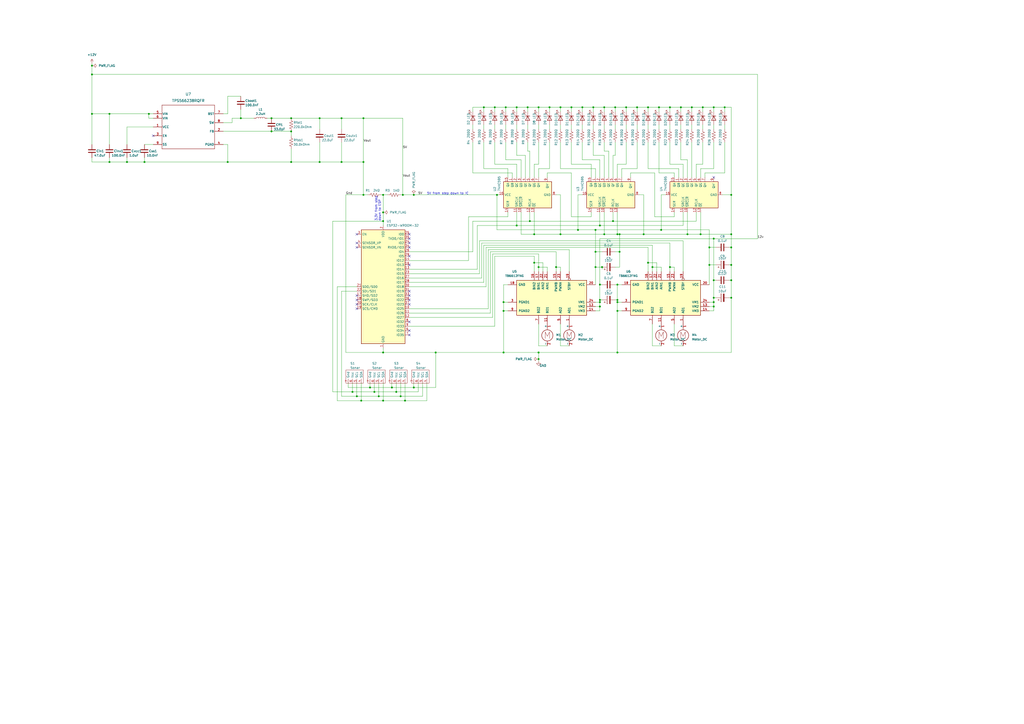
<source format=kicad_sch>
(kicad_sch (version 20211123) (generator eeschema)
  (paper "A2")
  (title_block (date "2024-01-21") (rev "1.0"))
  (junction (at 299.72 130.81))
  (junction (at 414.02 62.23))
  (junction (at 210.82 113.03))
  (junction (at 293.37 62.23))
  (junction (at 63.5 66.04))
  (junction (at 358.14 173.99))
  (junction (at 388.62 154.94))
  (junction (at 229.87 227.33))
  (junction (at 335.28 133.35))
  (junction (at 299.72 62.23))
  (junction (at 306.07 62.23))
  (junction (at 347.98 175.26))
  (junction (at 401.32 62.23))
  (junction (at 312.42 208.28))
  (junction (at 424.18 172.72))
  (junction (at 358.14 165.1))
  (junction (at 375.92 152.4))
  (junction (at 139.7 68.58))
  (junction (at 204.47 227.33))
  (junction (at 312.42 204.47))
  (junction (at 355.6 128.27))
  (junction (at 185.42 93.98))
  (junction (at 382.27 62.23))
  (junction (at 222.25 113.03))
  (junction (at 132.08 93.98))
  (junction (at 349.25 154.94))
  (junction (at 240.03 113.03))
  (junction (at 350.52 62.23))
  (junction (at 207.01 229.87))
  (junction (at 222.25 232.41))
  (junction (at 232.41 229.87))
  (junction (at 309.88 135.89))
  (junction (at 414.02 138.43))
  (junction (at 280.67 62.23))
  (junction (at 219.71 229.87))
  (junction (at 331.47 62.23))
  (junction (at 292.1 175.26))
  (junction (at 287.02 62.23))
  (junction (at 53.34 43.18))
  (junction (at 345.44 133.35))
  (junction (at 414.02 175.26))
  (junction (at 234.95 232.41))
  (junction (at 83.82 93.98))
  (junction (at 375.92 62.23))
  (junction (at 378.46 154.94))
  (junction (at 388.62 62.23))
  (junction (at 347.98 177.8))
  (junction (at 312.42 154.94))
  (junction (at 424.18 113.03))
  (junction (at 345.44 154.94))
  (junction (at 53.34 38.1))
  (junction (at 309.88 152.4))
  (junction (at 358.14 180.34))
  (junction (at 227.33 224.79))
  (junction (at 168.91 93.98))
  (junction (at 63.5 93.98))
  (junction (at 53.34 66.04))
  (junction (at 210.82 68.58))
  (junction (at 373.38 135.89))
  (junction (at 198.12 93.98))
  (junction (at 292.1 204.47))
  (junction (at 322.58 154.94))
  (junction (at 233.68 113.03))
  (junction (at 337.82 62.23))
  (junction (at 325.12 135.89))
  (junction (at 318.77 62.23))
  (junction (at 350.52 135.89))
  (junction (at 210.82 93.98))
  (junction (at 240.03 224.79))
  (junction (at 414.02 172.72))
  (junction (at 217.17 227.33))
  (junction (at 414.02 177.8))
  (junction (at 157.48 76.2))
  (junction (at 414.02 162.56))
  (junction (at 307.34 128.27))
  (junction (at 252.73 204.47))
  (junction (at 344.17 62.23))
  (junction (at 222.25 123.19))
  (junction (at 369.57 62.23))
  (junction (at 411.48 143.51))
  (junction (at 347.98 165.1))
  (junction (at 383.54 133.35))
  (junction (at 358.14 175.26))
  (junction (at 347.98 173.99))
  (junction (at 407.67 62.23))
  (junction (at 292.1 180.34))
  (junction (at 420.37 62.23))
  (junction (at 363.22 62.23))
  (junction (at 359.41 135.89))
  (junction (at 345.44 146.05))
  (junction (at 406.4 135.89))
  (junction (at 358.14 135.89))
  (junction (at 424.18 143.51))
  (junction (at 359.41 146.05))
  (junction (at 185.42 68.58))
  (junction (at 312.42 62.23))
  (junction (at 325.12 62.23))
  (junction (at 222.25 204.47))
  (junction (at 168.91 68.58))
  (junction (at 347.98 130.81))
  (junction (at 411.48 153.67))
  (junction (at 209.55 232.41))
  (junction (at 222.25 128.27))
  (junction (at 288.29 113.03))
  (junction (at 394.97 62.23))
  (junction (at 424.18 135.89))
  (junction (at 358.14 204.47))
  (junction (at 198.12 68.58))
  (junction (at 424.18 162.56))
  (junction (at 168.91 76.2))
  (junction (at 356.87 62.23))
  (junction (at 73.66 93.98))
  (junction (at 157.48 68.58))
  (junction (at 214.63 224.79))
  (junction (at 86.36 66.04))
  (junction (at 398.78 135.89))
  (junction (at 424.18 153.67))
  (no_connect (at 237.49 176.53))
  (no_connect (at 414.02 102.87))
  (no_connect (at 88.9 78.74))
  (no_connect (at 237.49 168.91))
  (no_connect (at 237.49 140.97))
  (no_connect (at 207.01 143.51))
  (no_connect (at 237.49 194.31))
  (no_connect (at 237.49 135.89))
  (no_connect (at 207.01 173.99))
  (no_connect (at 207.01 176.53))
  (no_connect (at 207.01 135.89))
  (no_connect (at 237.49 138.43))
  (no_connect (at 237.49 173.99))
  (no_connect (at 207.01 171.45))
  (no_connect (at 207.01 140.97))
  (no_connect (at 237.49 191.77))
  (no_connect (at 237.49 148.59))
  (no_connect (at 237.49 186.69))
  (no_connect (at 237.49 153.67))
  (no_connect (at 237.49 171.45))
  (no_connect (at 237.49 143.51))
  (no_connect (at 207.01 179.07))
  (wire (pts (xy 383.54 113.03) (xy 386.08 113.03)))
  (wire (pts (xy 201.93 222.25) (xy 201.93 224.79)))
  (wire (pts (xy 222.25 128.27) (xy 222.25 130.81)))
  (wire (pts (xy 234.95 232.41) (xy 222.25 232.41)))
  (wire (pts (xy 237.49 156.21) (xy 276.86 156.21)))
  (wire (pts (xy 350.52 87.63) (xy 350.52 82.55)))
  (wire (pts (xy 394.97 92.71) (xy 394.97 82.55)))
  (wire (pts (xy 347.98 175.26) (xy 347.98 177.8)))
  (wire (pts (xy 322.58 146.05) (xy 284.48 146.05)))
  (wire (pts (xy 345.44 102.87) (xy 345.44 97.79)))
  (wire (pts (xy 200.66 113.03) (xy 200.66 204.47)))
  (wire (pts (xy 424.18 153.67) (xy 424.18 162.56)))
  (wire (pts (xy 309.88 148.59) (xy 287.02 148.59)))
  (wire (pts (xy 132.08 66.04) (xy 132.08 55.88)))
  (wire (pts (xy 312.42 74.93) (xy 312.42 72.39)))
  (wire (pts (xy 330.2 157.48) (xy 330.2 144.78)))
  (wire (pts (xy 73.66 93.98) (xy 83.82 93.98)))
  (wire (pts (xy 232.41 222.25) (xy 232.41 229.87)))
  (wire (pts (xy 53.34 93.98) (xy 63.5 93.98)))
  (wire (pts (xy 347.98 177.8) (xy 347.98 180.34)))
  (wire (pts (xy 307.34 87.63) (xy 306.07 87.63)))
  (wire (pts (xy 287.02 62.23) (xy 293.37 62.23)))
  (wire (pts (xy 224.79 113.03) (xy 222.25 113.03)))
  (wire (pts (xy 312.42 154.94) (xy 312.42 147.32)))
  (wire (pts (xy 274.32 64.77) (xy 274.32 62.23)))
  (wire (pts (xy 411.48 143.51) (xy 411.48 133.35)))
  (wire (pts (xy 222.25 113.03) (xy 222.25 123.19)))
  (wire (pts (xy 414.02 177.8) (xy 414.02 180.34)))
  (wire (pts (xy 312.42 97.79) (xy 318.77 97.79)))
  (wire (pts (xy 414.02 138.43) (xy 414.02 162.56)))
  (wire (pts (xy 403.86 128.27) (xy 403.86 123.19)))
  (wire (pts (xy 393.7 102.87) (xy 393.7 97.79)))
  (wire (pts (xy 312.42 208.28) (xy 312.42 209.55)))
  (wire (pts (xy 337.82 74.93) (xy 337.82 72.39)))
  (wire (pts (xy 287.02 74.93) (xy 287.02 72.39)))
  (wire (pts (xy 325.12 154.94) (xy 322.58 154.94)))
  (wire (pts (xy 309.88 135.89) (xy 325.12 135.89)))
  (wire (pts (xy 406.4 135.89) (xy 424.18 135.89)))
  (wire (pts (xy 383.54 113.03) (xy 383.54 133.35)))
  (wire (pts (xy 279.4 140.97) (xy 279.4 161.29)))
  (wire (pts (xy 337.82 92.71) (xy 337.82 82.55)))
  (wire (pts (xy 331.47 95.25) (xy 331.47 82.55)))
  (wire (pts (xy 331.47 125.73) (xy 331.47 100.33)))
  (wire (pts (xy 350.52 135.89) (xy 358.14 135.89)))
  (wire (pts (xy 356.87 173.99) (xy 358.14 173.99)))
  (wire (pts (xy 347.98 165.1) (xy 347.98 173.99)))
  (wire (pts (xy 317.5 157.48) (xy 317.5 154.94)))
  (wire (pts (xy 347.98 173.99) (xy 349.25 173.99)))
  (wire (pts (xy 278.13 158.75) (xy 278.13 139.7)))
  (wire (pts (xy 304.8 102.87) (xy 304.8 90.17)))
  (wire (pts (xy 422.91 162.56) (xy 424.18 162.56)))
  (wire (pts (xy 220.98 113.03) (xy 222.25 113.03)))
  (wire (pts (xy 358.14 175.26) (xy 358.14 180.34)))
  (wire (pts (xy 227.33 224.79) (xy 240.03 224.79)))
  (wire (pts (xy 307.34 128.27) (xy 274.32 128.27)))
  (wire (pts (xy 355.6 128.27) (xy 355.6 123.19)))
  (wire (pts (xy 394.97 62.23) (xy 401.32 62.23)))
  (wire (pts (xy 210.82 68.58) (xy 210.82 93.98)))
  (wire (pts (xy 318.77 74.93) (xy 318.77 72.39)))
  (wire (pts (xy 53.34 38.1) (xy 53.34 43.18)))
  (wire (pts (xy 129.54 66.04) (xy 132.08 66.04)))
  (wire (pts (xy 375.92 97.79) (xy 375.92 82.55)))
  (wire (pts (xy 219.71 229.87) (xy 232.41 229.87)))
  (wire (pts (xy 401.32 62.23) (xy 407.67 62.23)))
  (wire (pts (xy 237.49 163.83) (xy 280.67 163.83)))
  (wire (pts (xy 358.14 135.89) (xy 359.41 135.89)))
  (wire (pts (xy 391.16 125.73) (xy 391.16 123.19)))
  (wire (pts (xy 375.92 152.4) (xy 375.92 143.51)))
  (wire (pts (xy 227.33 222.25) (xy 227.33 224.79)))
  (wire (pts (xy 394.97 64.77) (xy 394.97 62.23)))
  (wire (pts (xy 132.08 93.98) (xy 168.91 93.98)))
  (wire (pts (xy 294.64 102.87) (xy 294.64 97.79)))
  (wire (pts (xy 424.18 135.89) (xy 424.18 113.03)))
  (wire (pts (xy 360.68 165.1) (xy 358.14 165.1)))
  (wire (pts (xy 411.48 165.1) (xy 411.48 153.67)))
  (wire (pts (xy 210.82 68.58) (xy 233.68 68.58)))
  (wire (pts (xy 294.64 125.73) (xy 271.78 125.73)))
  (wire (pts (xy 401.32 102.87) (xy 401.32 82.55)))
  (wire (pts (xy 424.18 113.03) (xy 424.18 62.23)))
  (wire (pts (xy 373.38 113.03) (xy 373.38 135.89)))
  (wire (pts (xy 335.28 113.03) (xy 335.28 133.35)))
  (wire (pts (xy 210.82 113.03) (xy 200.66 113.03)))
  (wire (pts (xy 358.14 180.34) (xy 358.14 204.47)))
  (wire (pts (xy 63.5 91.44) (xy 63.5 93.98)))
  (wire (pts (xy 414.02 175.26) (xy 414.02 177.8)))
  (wire (pts (xy 302.26 92.71) (xy 293.37 92.71)))
  (wire (pts (xy 403.86 95.25) (xy 407.67 95.25)))
  (wire (pts (xy 347.98 130.81) (xy 396.24 130.81)))
  (wire (pts (xy 411.48 180.34) (xy 414.02 180.34)))
  (wire (pts (xy 325.12 64.77) (xy 325.12 62.23)))
  (wire (pts (xy 247.65 222.25) (xy 247.65 232.41)))
  (wire (pts (xy 193.04 227.33) (xy 193.04 128.27)))
  (wire (pts (xy 306.07 87.63) (xy 306.07 82.55)))
  (wire (pts (xy 274.32 100.33) (xy 274.32 82.55)))
  (wire (pts (xy 312.42 204.47) (xy 358.14 204.47)))
  (wire (pts (xy 369.57 74.93) (xy 369.57 72.39)))
  (wire (pts (xy 309.88 102.87) (xy 309.88 95.25)))
  (wire (pts (xy 198.12 168.91) (xy 198.12 229.87)))
  (wire (pts (xy 396.24 130.81) (xy 396.24 123.19)))
  (wire (pts (xy 168.91 93.98) (xy 168.91 86.36)))
  (wire (pts (xy 245.11 222.25) (xy 245.11 229.87)))
  (wire (pts (xy 307.34 128.27) (xy 355.6 128.27)))
  (wire (pts (xy 292.1 165.1) (xy 292.1 175.26)))
  (wire (pts (xy 304.8 90.17) (xy 299.72 90.17)))
  (wire (pts (xy 317.5 100.33) (xy 317.5 102.87)))
  (wire (pts (xy 375.92 64.77) (xy 375.92 62.23)))
  (wire (pts (xy 407.67 62.23) (xy 414.02 62.23)))
  (wire (pts (xy 237.49 179.07) (xy 283.21 179.07)))
  (wire (pts (xy 185.42 68.58) (xy 198.12 68.58)))
  (wire (pts (xy 345.44 154.94) (xy 349.25 154.94)))
  (wire (pts (xy 307.34 123.19) (xy 307.34 128.27)))
  (wire (pts (xy 345.44 146.05) (xy 349.25 146.05)))
  (wire (pts (xy 356.87 74.93) (xy 356.87 72.39)))
  (wire (pts (xy 350.52 62.23) (xy 356.87 62.23)))
  (wire (pts (xy 53.34 66.04) (xy 63.5 66.04)))
  (wire (pts (xy 388.62 95.25) (xy 388.62 82.55)))
  (wire (pts (xy 378.46 187.96) (xy 378.46 200.66)))
  (wire (pts (xy 299.72 130.81) (xy 276.86 130.81)))
  (wire (pts (xy 383.54 154.94) (xy 378.46 154.94)))
  (wire (pts (xy 365.76 100.33) (xy 379.73 100.33)))
  (wire (pts (xy 280.67 74.93) (xy 280.67 72.39)))
  (wire (pts (xy 237.49 181.61) (xy 284.48 181.61)))
  (wire (pts (xy 280.67 62.23) (xy 287.02 62.23)))
  (wire (pts (xy 63.5 66.04) (xy 86.36 66.04)))
  (wire (pts (xy 420.37 64.77) (xy 420.37 62.23)))
  (wire (pts (xy 53.34 91.44) (xy 53.34 93.98)))
  (wire (pts (xy 210.82 93.98) (xy 198.12 93.98)))
  (wire (pts (xy 350.52 123.19) (xy 350.52 135.89)))
  (wire (pts (xy 396.24 95.25) (xy 388.62 95.25)))
  (wire (pts (xy 280.67 97.79) (xy 280.67 82.55)))
  (wire (pts (xy 312.42 200.66) (xy 317.5 200.66)))
  (wire (pts (xy 274.32 128.27) (xy 274.32 146.05)))
  (wire (pts (xy 422.91 143.51) (xy 424.18 143.51)))
  (wire (pts (xy 406.4 97.79) (xy 414.02 97.79)))
  (wire (pts (xy 198.12 168.91) (xy 207.01 168.91)))
  (wire (pts (xy 299.72 130.81) (xy 347.98 130.81)))
  (wire (pts (xy 233.68 113.03) (xy 240.03 113.03)))
  (wire (pts (xy 53.34 36.83) (xy 53.34 38.1)))
  (wire (pts (xy 276.86 130.81) (xy 276.86 156.21)))
  (wire (pts (xy 293.37 62.23) (xy 299.72 62.23)))
  (wire (pts (xy 359.41 135.89) (xy 373.38 135.89)))
  (wire (pts (xy 350.52 64.77) (xy 350.52 62.23)))
  (wire (pts (xy 394.97 74.93) (xy 394.97 72.39)))
  (wire (pts (xy 73.66 73.66) (xy 88.9 73.66)))
  (wire (pts (xy 222.25 204.47) (xy 252.73 204.47)))
  (wire (pts (xy 204.47 227.33) (xy 193.04 227.33)))
  (wire (pts (xy 411.48 153.67) (xy 411.48 143.51)))
  (wire (pts (xy 302.26 102.87) (xy 302.26 92.71)))
  (wire (pts (xy 411.48 133.35) (xy 383.54 133.35)))
  (wire (pts (xy 219.71 222.25) (xy 219.71 229.87)))
  (wire (pts (xy 396.24 200.66) (xy 391.16 200.66)))
  (wire (pts (xy 193.04 128.27) (xy 222.25 128.27)))
  (wire (pts (xy 344.17 74.93) (xy 344.17 72.39)))
  (wire (pts (xy 424.18 135.89) (xy 424.18 143.51)))
  (wire (pts (xy 331.47 74.93) (xy 331.47 72.39)))
  (wire (pts (xy 154.94 68.58) (xy 157.48 68.58)))
  (wire (pts (xy 355.6 90.17) (xy 356.87 90.17)))
  (wire (pts (xy 388.62 74.93) (xy 388.62 72.39)))
  (wire (pts (xy 350.52 90.17) (xy 344.17 90.17)))
  (wire (pts (xy 134.62 71.12) (xy 134.62 68.58)))
  (wire (pts (xy 198.12 68.58) (xy 210.82 68.58)))
  (wire (pts (xy 335.28 133.35) (xy 345.44 133.35)))
  (wire (pts (xy 344.17 90.17) (xy 344.17 82.55)))
  (wire (pts (xy 252.73 224.79) (xy 252.73 204.47)))
  (wire (pts (xy 274.32 74.93) (xy 274.32 72.39)))
  (wire (pts (xy 139.7 68.58) (xy 147.32 68.58)))
  (wire (pts (xy 363.22 62.23) (xy 369.57 62.23)))
  (wire (pts (xy 422.91 153.67) (xy 424.18 153.67)))
  (wire (pts (xy 378.46 200.66) (xy 383.54 200.66)))
  (wire (pts (xy 312.42 64.77) (xy 312.42 62.23)))
  (wire (pts (xy 358.14 95.25) (xy 363.22 95.25)))
  (wire (pts (xy 284.48 146.05) (xy 284.48 181.61)))
  (wire (pts (xy 355.6 102.87) (xy 355.6 90.17)))
  (wire (pts (xy 401.32 64.77) (xy 401.32 62.23)))
  (wire (pts (xy 378.46 142.24) (xy 378.46 154.94)))
  (wire (pts (xy 292.1 204.47) (xy 312.42 204.47)))
  (wire (pts (xy 210.82 93.98) (xy 210.82 113.03)))
  (wire (pts (xy 134.62 68.58) (xy 139.7 68.58)))
  (wire (pts (xy 382.27 64.77) (xy 382.27 62.23)))
  (wire (pts (xy 214.63 222.25) (xy 214.63 224.79)))
  (wire (pts (xy 356.87 90.17) (xy 356.87 82.55)))
  (wire (pts (xy 237.49 161.29) (xy 279.4 161.29)))
  (wire (pts (xy 292.1 180.34) (xy 294.64 180.34)))
  (wire (pts (xy 307.34 102.87) (xy 307.34 87.63)))
  (wire (pts (xy 358.14 180.34) (xy 360.68 180.34)))
  (wire (pts (xy 398.78 135.89) (xy 406.4 135.89)))
  (wire (pts (xy 388.62 154.94) (xy 388.62 157.48)))
  (wire (pts (xy 240.03 224.79) (xy 252.73 224.79)))
  (wire (pts (xy 414.02 97.79) (xy 414.02 82.55)))
  (wire (pts (xy 229.87 222.25) (xy 229.87 227.33)))
  (wire (pts (xy 86.36 66.04) (xy 88.9 66.04)))
  (wire (pts (xy 345.44 146.05) (xy 345.44 154.94)))
  (wire (pts (xy 414.02 74.93) (xy 414.02 72.39)))
  (wire (pts (xy 293.37 92.71) (xy 293.37 82.55)))
  (wire (pts (xy 383.54 157.48) (xy 383.54 154.94)))
  (wire (pts (xy 391.16 100.33) (xy 382.27 100.33)))
  (wire (pts (xy 335.28 133.35) (xy 288.29 133.35)))
  (wire (pts (xy 204.47 227.33) (xy 217.17 227.33)))
  (wire (pts (xy 363.22 74.93) (xy 363.22 72.39)))
  (wire (pts (xy 370.84 113.03) (xy 373.38 113.03)))
  (wire (pts (xy 129.54 76.2) (xy 157.48 76.2)))
  (wire (pts (xy 375.92 74.93) (xy 375.92 72.39)))
  (wire (pts (xy 73.66 83.82) (xy 73.66 73.66)))
  (wire (pts (xy 232.41 229.87) (xy 245.11 229.87)))
  (wire (pts (xy 217.17 227.33) (xy 229.87 227.33)))
  (wire (pts (xy 63.5 83.82) (xy 63.5 66.04)))
  (wire (pts (xy 322.58 113.03) (xy 325.12 113.03)))
  (wire (pts (xy 278.13 139.7) (xy 396.24 139.7)))
  (wire (pts (xy 306.07 62.23) (xy 312.42 62.23)))
  (wire (pts (xy 233.68 113.03) (xy 232.41 113.03)))
  (wire (pts (xy 347.98 138.43) (xy 414.02 138.43)))
  (wire (pts (xy 419.1 113.03) (xy 424.18 113.03)))
  (wire (pts (xy 350.52 102.87) (xy 350.52 90.17)))
  (wire (pts (xy 396.24 102.87) (xy 396.24 95.25)))
  (wire (pts (xy 299.72 90.17) (xy 299.72 82.55)))
  (wire (pts (xy 237.49 158.75) (xy 278.13 158.75)))
  (wire (pts (xy 359.41 135.89) (xy 359.41 146.05)))
  (wire (pts (xy 378.46 154.94) (xy 378.46 157.48)))
  (wire (pts (xy 363.22 95.25) (xy 363.22 82.55)))
  (wire (pts (xy 139.7 63.5) (xy 139.7 68.58)))
  (wire (pts (xy 83.82 83.82) (xy 88.9 83.82)))
  (wire (pts (xy 293.37 64.77) (xy 293.37 62.23)))
  (wire (pts (xy 388.62 62.23) (xy 394.97 62.23)))
  (wire (pts (xy 306.07 74.93) (xy 306.07 72.39)))
  (wire (pts (xy 318.77 97.79) (xy 318.77 82.55)))
  (wire (pts (xy 420.37 100.33) (xy 420.37 82.55)))
  (wire (pts (xy 271.78 125.73) (xy 271.78 151.13)))
  (wire (pts (xy 325.12 157.48) (xy 325.12 154.94)))
  (wire (pts (xy 414.02 64.77) (xy 414.02 62.23)))
  (wire (pts (xy 347.98 180.34) (xy 345.44 180.34)))
  (wire (pts (xy 200.66 204.47) (xy 222.25 204.47)))
  (wire (pts (xy 347.98 165.1) (xy 349.25 165.1)))
  (wire (pts (xy 53.34 83.82) (xy 53.34 66.04)))
  (wire (pts (xy 408.94 100.33) (xy 420.37 100.33)))
  (wire (pts (xy 299.72 95.25) (xy 287.02 95.25)))
  (wire (pts (xy 240.03 222.25) (xy 240.03 224.79)))
  (wire (pts (xy 274.32 62.23) (xy 280.67 62.23)))
  (wire (pts (xy 439.42 43.18) (xy 439.42 138.43)))
  (wire (pts (xy 299.72 102.87) (xy 299.72 95.25)))
  (wire (pts (xy 369.57 97.79) (xy 369.57 82.55)))
  (wire (pts (xy 411.48 177.8) (xy 414.02 177.8)))
  (wire (pts (xy 391.16 157.48) (xy 391.16 154.94)))
  (wire (pts (xy 309.88 95.25) (xy 312.42 95.25)))
  (wire (pts (xy 271.78 151.13) (xy 237.49 151.13)))
  (wire (pts (xy 237.49 189.23) (xy 287.02 189.23)))
  (wire (pts (xy 359.41 154.94) (xy 356.87 154.94)))
  (wire (pts (xy 330.2 144.78) (xy 283.21 144.78)))
  (wire (pts (xy 382.27 62.23) (xy 388.62 62.23)))
  (wire (pts (xy 358.14 175.26) (xy 360.68 175.26)))
  (wire (pts (xy 342.9 123.19) (xy 342.9 125.73)))
  (wire (pts (xy 359.41 146.05) (xy 359.41 154.94)))
  (wire (pts (xy 281.94 143.51) (xy 375.92 143.51)))
  (wire (pts (xy 312.42 154.94) (xy 312.42 157.48)))
  (wire (pts (xy 342.9 102.87) (xy 342.9 95.25)))
  (wire (pts (xy 53.34 43.18) (xy 53.34 66.04)))
  (wire (pts (xy 292.1 175.26) (xy 292.1 180.34)))
  (wire (pts (xy 312.42 62.23) (xy 318.77 62.23)))
  (wire (pts (xy 283.21 144.78) (xy 283.21 179.07)))
  (wire (pts (xy 388.62 64.77) (xy 388.62 62.23)))
  (wire (pts (xy 287.02 148.59) (xy 287.02 189.23)))
  (wire (pts (xy 358.14 102.87) (xy 358.14 95.25)))
  (wire (pts (xy 198.12 229.87) (xy 207.01 229.87)))
  (wire (pts (xy 331.47 62.23) (xy 337.82 62.23)))
  (wire (pts (xy 345.44 97.79) (xy 325.12 97.79)))
  (wire (pts (xy 318.77 62.23) (xy 325.12 62.23)))
  (wire (pts (xy 414.02 175.26) (xy 411.48 175.26)))
  (wire (pts (xy 314.96 152.4) (xy 309.88 152.4)))
  (wire (pts (xy 325.12 62.23) (xy 331.47 62.23)))
  (wire (pts (xy 325.12 135.89) (xy 350.52 135.89)))
  (wire (pts (xy 325.12 200.66) (xy 325.12 187.96)))
  (wire (pts (xy 168.91 76.2) (xy 168.91 78.74)))
  (wire (pts (xy 337.82 62.23) (xy 344.17 62.23)))
  (wire (pts (xy 312.42 204.47) (xy 312.42 208.28)))
  (wire (pts (xy 331.47 100.33) (xy 317.5 100.33)))
  (wire (pts (xy 88.9 68.58) (xy 86.36 68.58)))
  (wire (pts (xy 157.48 68.58) (xy 168.91 68.58)))
  (wire (pts (xy 287.02 64.77) (xy 287.02 62.23)))
  (wire (pts (xy 330.2 200.66) (xy 325.12 200.66)))
  (wire (pts (xy 379.73 100.33) (xy 379.73 125.73)))
  (wire (pts (xy 185.42 68.58) (xy 185.42 74.93)))
  (wire (pts (xy 242.57 222.25) (xy 242.57 227.33)))
  (wire (pts (xy 420.37 74.93) (xy 420.37 72.39)))
  (wire (pts (xy 198.12 82.55) (xy 198.12 93.98)))
  (wire (pts (xy 356.87 62.23) (xy 363.22 62.23)))
  (wire (pts (xy 237.49 146.05) (xy 274.32 146.05)))
  (wire (pts (xy 369.57 64.77) (xy 369.57 62.23)))
  (wire (pts (xy 358.14 173.99) (xy 358.14 175.26)))
  (wire (pts (xy 350.52 74.93) (xy 350.52 72.39)))
  (wire (pts (xy 306.07 64.77) (xy 306.07 62.23)))
  (wire (pts (xy 53.34 43.18) (xy 439.42 43.18)))
  (wire (pts (xy 344.17 62.23) (xy 350.52 62.23)))
  (wire (pts (xy 198.12 93.98) (xy 185.42 93.98)))
  (wire (pts (xy 407.67 64.77) (xy 407.67 62.23)))
  (wire (pts (xy 132.08 55.88) (xy 139.7 55.88)))
  (wire (pts (xy 391.16 102.87) (xy 391.16 100.33)))
  (wire (pts (xy 214.63 224.79) (xy 227.33 224.79)))
  (wire (pts (xy 229.87 227.33) (xy 242.57 227.33)))
  (wire (pts (xy 222.25 222.25) (xy 222.25 232.41)))
  (wire (pts (xy 375.92 97.79) (xy 393.7 97.79)))
  (wire (pts (xy 358.14 204.47) (xy 424.18 204.47)))
  (wire (pts (xy 381 157.48) (xy 381 152.4)))
  (wire (pts (xy 356.87 64.77) (xy 356.87 62.23)))
  (wire (pts (xy 309.88 123.19) (xy 309.88 135.89)))
  (wire (pts (xy 344.17 64.77) (xy 344.17 62.23)))
  (wire (pts (xy 279.4 140.97) (xy 388.62 140.97)))
  (wire (pts (xy 396.24 139.7) (xy 396.24 157.48)))
  (wire (pts (xy 281.94 143.51) (xy 281.94 166.37)))
  (wire (pts (xy 287.02 95.25) (xy 287.02 82.55)))
  (wire (pts (xy 356.87 146.05) (xy 359.41 146.05)))
  (wire (pts (xy 217.17 222.25) (xy 217.17 227.33)))
  (wire (pts (xy 347.98 138.43) (xy 347.98 165.1)))
  (wire (pts (xy 297.18 102.87) (xy 297.18 100.33)))
  (wire (pts (xy 345.44 154.94) (xy 345.44 165.1)))
  (wire (pts (xy 195.58 166.37) (xy 207.01 166.37)))
  (wire (pts (xy 299.72 123.19) (xy 299.72 130.81)))
  (wire (pts (xy 207.01 222.25) (xy 207.01 229.87)))
  (wire (pts (xy 424.18 143.51) (xy 424.18 153.67)))
  (wire (pts (xy 280.67 142.24) (xy 280.67 163.83)))
  (wire (pts (xy 388.62 140.97) (xy 388.62 154.94)))
  (wire (pts (xy 407.67 74.93) (xy 407.67 72.39)))
  (wire (pts (xy 314.96 157.48) (xy 314.96 152.4)))
  (wire (pts (xy 406.4 123.19) (xy 406.4 135.89)))
  (wire (pts (xy 424.18 162.56) (xy 424.18 172.72)))
  (wire (pts (xy 240.03 113.03) (xy 288.29 113.03)))
  (wire (pts (xy 422.91 172.72) (xy 424.18 172.72)))
  (wire (pts (xy 312.42 102.87) (xy 312.42 97.79)))
  (wire (pts (xy 294.64 97.79) (xy 280.67 97.79)))
  (wire (pts (xy 288.29 113.03) (xy 289.56 113.03)))
  (wire (pts (xy 322.58 154.94) (xy 322.58 146.05)))
  (wire (pts (xy 318.77 64.77) (xy 318.77 62.23)))
  (wire (pts (xy 302.26 135.89) (xy 309.88 135.89)))
  (wire (pts (xy 414.02 138.43) (xy 439.42 138.43)))
  (wire (pts (xy 288.29 133.35) (xy 288.29 113.03)))
  (wire (pts (xy 132.08 83.82) (xy 132.08 93.98)))
  (wire (pts (xy 322.58 154.94) (xy 322.58 157.48)))
  (wire (pts (xy 195.58 232.41) (xy 209.55 232.41)))
  (wire (pts (xy 222.25 123.19) (xy 222.25 128.27)))
  (wire (pts (xy 403.86 102.87) (xy 403.86 95.25)))
  (wire (pts (xy 247.65 232.41) (xy 234.95 232.41)))
  (wire (pts (xy 414.02 162.56) (xy 414.02 172.72)))
  (wire (pts (xy 297.18 100.33) (xy 274.32 100.33)))
  (wire (pts (xy 414.02 62.23) (xy 420.37 62.23)))
  (wire (pts (xy 252.73 204.47) (xy 292.1 204.47)))
  (wire (pts (xy 129.54 71.12) (xy 134.62 71.12)))
  (wire (pts (xy 309.88 152.4) (xy 309.88 157.48)))
  (wire (pts (xy 237.49 166.37) (xy 281.94 166.37)))
  (wire (pts (xy 325.12 113.03) (xy 325.12 135.89)))
  (wire (pts (xy 375.92 62.23) (xy 382.27 62.23)))
  (wire (pts (xy 83.82 91.44) (xy 83.82 93.98)))
  (wire (pts (xy 312.42 187.96) (xy 312.42 200.66)))
  (wire (pts (xy 325.12 97.79) (xy 325.12 82.55)))
  (wire (pts (xy 299.72 62.23) (xy 306.07 62.23)))
  (wire (pts (xy 157.48 76.2) (xy 168.91 76.2)))
  (wire (pts (xy 299.72 74.93) (xy 299.72 72.39)))
  (wire (pts (xy 280.67 142.24) (xy 378.46 142.24)))
  (wire (pts (xy 294.64 123.19) (xy 294.64 125.73)))
  (wire (pts (xy 411.48 153.67) (xy 415.29 153.67)))
  (wire (pts (xy 358.14 165.1) (xy 358.14 173.99)))
  (wire (pts (xy 280.67 64.77) (xy 280.67 62.23)))
  (wire (pts (xy 347.98 130.81) (xy 347.98 123.19)))
  (wire (pts (xy 294.64 165.1) (xy 292.1 165.1)))
  (wire (pts (xy 398.78 92.71) (xy 394.97 92.71)))
  (wire (pts (xy 382.27 100.33) (xy 382.27 82.55)))
  (wire (pts (xy 210.82 113.03) (xy 213.36 113.03)))
  (wire (pts (xy 331.47 64.77) (xy 331.47 62.23)))
  (wire (pts (xy 414.02 172.72) (xy 414.02 175.26)))
  (wire (pts (xy 424.18 172.72) (xy 424.18 204.47)))
  (wire (pts (xy 185.42 82.55) (xy 185.42 93.98)))
  (wire (pts (xy 309.88 152.4) (xy 309.88 148.59)))
  (wire (pts (xy 198.12 68.58) (xy 198.12 74.93)))
  (wire (pts (xy 379.73 125.73) (xy 391.16 125.73)))
  (wire (pts (xy 382.27 74.93) (xy 382.27 72.39)))
  (wire (pts (xy 424.18 62.23) (xy 420.37 62.23)))
  (wire (pts (xy 86.36 66.04) (xy 86.36 68.58)))
  (wire (pts (xy 347.98 173.99) (xy 347.98 175.26)))
  (wire (pts (xy 414.02 162.56) (xy 415.29 162.56)))
  (wire (pts (xy 342.9 95.25) (xy 331.47 95.25)))
  (wire (pts (xy 353.06 87.63) (xy 350.52 87.63)))
  (wire (pts (xy 299.72 64.77) (xy 299.72 62.23)))
  (wire (pts (xy 234.95 222.25) (xy 234.95 232.41)))
  (wire (pts (xy 365.76 102.87) (xy 365.76 100.33)))
  (wire (pts (xy 292.1 180.34) (xy 292.1 204.47)))
  (wire (pts (xy 381 152.4) (xy 375.92 152.4)))
  (wire (pts (xy 237.49 184.15) (xy 285.75 184.15)))
  (wire (pts (xy 391.16 154.94) (xy 388.62 154.94)))
  (wire (pts (xy 185.42 93.98) (xy 168.91 93.98)))
  (wire (pts (xy 73.66 91.44) (xy 73.66 93.98)))
  (wire (pts (xy 345.44 177.8) (xy 347.98 177.8)))
  (wire (pts (xy 345.44 133.35) (xy 383.54 133.35)))
  (wire (pts (xy 209.55 222.25) (xy 209.55 232.41)))
  (wire (pts (xy 129.54 83.82) (xy 132.08 83.82)))
  (wire (pts (xy 345.44 175.26) (xy 347.98 175.26)))
  (wire (pts (xy 168.91 68.58) (xy 185.42 68.58)))
  (wire (pts (xy 337.82 92.71) (xy 347.98 92.71)))
  (wire (pts (xy 204.47 222.25) (xy 204.47 227.33)))
  (wire (pts (xy 317.5 154.94) (xy 312.42 154.94)))
  (wire (pts (xy 233.68 68.58) (xy 233.68 113.03)))
  (wire (pts (xy 360.68 97.79) (xy 369.57 97.79)))
  (wire (pts (xy 349.25 154.94) (xy 349.25 156.21)))
  (wire (pts (xy 391.16 187.96) (xy 391.16 200.66)))
  (wire (pts (xy 398.78 102.87) (xy 398.78 92.71)))
  (wire (pts (xy 369.57 62.23) (xy 375.92 62.23)))
  (wire (pts (xy 353.06 102.87) (xy 353.06 87.63)))
  (wire (pts (xy 285.75 147.32) (xy 285.75 184.15)))
  (wire (pts (xy 406.4 102.87) (xy 406.4 97.79)))
  (wire (pts (xy 347.98 102.87) (xy 347.98 92.71)))
  (wire (pts (xy 195.58 166.37) (xy 195.58 232.41)))
  (wire (pts (xy 356.87 165.1) (xy 358.14 165.1)))
  (wire (pts (xy 355.6 128.27) (xy 403.86 128.27)))
  (wire (pts (xy 408.94 102.87) (xy 408.94 100.33)))
  (wire (pts (xy 312.42 147.32) (xy 285.75 147.32)))
  (wire (pts (xy 363.22 64.77) (xy 363.22 62.23)))
  (wire (pts (xy 411.48 143.51) (xy 415.29 143.51)))
  (wire (pts (xy 293.37 74.93) (xy 293.37 72.39)))
  (wire (pts (xy 345.44 133.35) (xy 345.44 146.05)))
  (wire (pts (xy 63.5 93.98) (xy 73.66 93.98)))
  (wire (pts (xy 375.92 152.4) (xy 375.92 157.48)))
  (wire (pts (xy 312.42 95.25) (xy 312.42 82.55)))
  (wire (pts (xy 222.25 204.47) (xy 222.25 201.93)))
  (wire (pts (xy 337.82 113.03) (xy 335.28 113.03)))
  (wire (pts (xy 360.68 102.87) (xy 360.68 97.79)))
  (wire (pts (xy 207.01 229.87) (xy 219.71 229.87)))
  (wire (pts (xy 209.55 232.41) (xy 222.25 232.41)))
  (wire (pts (xy 83.82 93.98) (xy 132.08 93.98)))
  (wire (pts (xy 325.12 74.93) (xy 325.12 72.39)))
  (wire (pts (xy 342.9 125.73) (xy 331.47 125.73)))
  (wire (pts (xy 414.02 172.72) (xy 415.29 172.72)))
  (wire (pts (xy 292.1 175.26) (xy 294.64 175.26)))
  (wire (pts (xy 401.32 74.93) (xy 401.32 72.39)))
  (wire (pts (xy 201.93 224.79) (xy 214.63 224.79)))
  (wire (pts (xy 337.82 64.77) (xy 337.82 62.23)))
  (wire (pts (xy 407.67 95.25) (xy 407.67 82.55)))
  (wire (pts (xy 398.78 123.19) (xy 398.78 135.89)))
  (wire (pts (xy 302.26 123.19) (xy 302.26 135.89)))
  (wire (pts (xy 373.38 135.89) (xy 398.78 135.89)))
  (wire (pts (xy 358.14 123.19) (xy 358.14 135.89)))
  (text "3.3V from step\ndown to ESP" (at 220.98 128.27 90) (effects (font (size 1.27 1.27)) (justify left bottom)))
  (text "5V from step down to IC" (at 247.65 113.03 0) (effects (font (size 1.27 1.27)) (justify left bottom)))
  (label "5V" (at 242.57 113.03 0))
  (label "12v" (at 439.42 138.43 0))
  (label "Gnd" (at 200.66 113.03 0))
  (label "5V" (at 233.68 86.36 0))
  (label "Vout" (at 233.68 102.87 0))
  (label "Vout" (at 210.82 82.55 0))
  (symbol (lib_id "Driver_Motor:TB6612FNG") (at 386.08 172.72 270) (unit 1)
    (property "Reference" "U6" (at 364.49 157.48 90))
    (property "Value" "TB6612FNG" (at 364.49 160.02 90))
    (property "Footprint" "Package_SO:SSOP-24_5.3x8.2mm_P0.65mm" (effects hide))
    (property "Datasheet" "https://toshiba.semicon-storage.com/us/product/linear/motordriver/detail.TB6612FNG.html" (effects hide))
  )
  (symbol (lib_id "Device:LED") (at 344.17 68.58 270) (unit 1)
    (property "Reference" "D13" (at 341.63 71.12 0))
    (property "Value" "LED" (at 341.63 67.31 0))
  )
  (symbol (lib_id "Device:C") (at 198.12 78.74 0) (unit 1)
    (property "Reference" "Coutx1" (at 200.66 78.74 0) (effects (justify left)))
    (property "Value" "22.0uF" (at 199.39 81.28 0) (effects (justify left)))
  )
  (symbol (lib_id "Device:R_US") (at 420.37 78.74 180) (unit 1)
    (property "Reference" "R27" (at 417.83 82.55 90))
    (property "Value" "200Ω" (at 417.83 77.47 90))
  )
  (symbol (lib_id "Device:R_US") (at 375.92 78.74 180) (unit 1)
    (property "Reference" "R20" (at 373.38 82.55 90))
    (property "Value" "200Ω" (at 373.38 77.47 90))
  )
  (symbol (lib_id "power:PWR_FLAG") (at 222.25 123.19 270) (unit 1)
    (property "Reference" "#FLG0101" (effects hide))
    (property "Value" "PWR_FLAG" (at 226.06 123.19 90) (effects (justify left)))
  )
  (symbol (lib_id "Device:C_Polarized") (at 353.06 173.99 90) (unit 1)
    (property "Reference" "C7" (at 353.06 168.91 90))
    (property "Value" "10uF" (at 353.06 170.18 90))
  )
  (symbol (lib_id "Device:LED") (at 312.42 68.58 270) (unit 1)
    (property "Reference" "D8" (at 309.88 71.12 0))
    (property "Value" "LED" (at 309.88 67.31 0))
  )
  (symbol (lib_id "Driver_Motor:TB6612FNG") (at 320.04 172.72 270) (unit 1)
    (property "Reference" "U5" (at 298.45 157.48 90))
    (property "Value" "TB6612FNG" (at 298.45 160.02 90))
    (property "Footprint" "Package_SO:SSOP-24_5.3x8.2mm_P0.65mm" (effects hide))
    (property "Datasheet" "https://toshiba.semicon-storage.com/us/product/linear/motordriver/detail.TB6612FNG.html" (effects hide))
  )
  (symbol (lib_id "Device:LED") (at 375.92 68.58 270) (unit 1)
    (property "Reference" "D18" (at 373.38 71.12 0))
    (property "Value" "LED" (at 373.38 67.31 0))
  )
  (symbol (lib_id "Device:R_US") (at 217.17 113.03 90) (unit 1)
    (property "Reference" "R1" (at 213.36 110.49 90))
    (property "Value" "2kΩ" (at 218.44 110.49 90))
  )
  (symbol (lib_id "Device:R_US") (at 394.97 78.74 180) (unit 1)
    (property "Reference" "R23" (at 392.43 82.55 90))
    (property "Value" "200Ω" (at 392.43 77.47 90))
  )
  (symbol (lib_id "Device:R_US") (at 356.87 78.74 180) (unit 1)
    (property "Reference" "R17" (at 354.33 82.55 90))
    (property "Value" "200Ω" (at 354.33 77.47 90))
  )
  (symbol (lib_id "Device:R_US") (at 369.57 78.74 180) (unit 1)
    (property "Reference" "R19" (at 367.03 82.55 90))
    (property "Value" "200Ω" (at 367.03 77.47 90))
  )
  (symbol (lib_id "Device:R_US") (at 344.17 78.74 180) (unit 1)
    (property "Reference" "R15" (at 341.63 82.55 90))
    (property "Value" "200Ω" (at 341.63 77.47 90))
  )
  (symbol (lib_id "Device:R_US") (at 306.07 78.74 180) (unit 1)
    (property "Reference" "R9" (at 303.53 82.55 90))
    (property "Value" "200Ω" (at 303.53 77.47 90))
  )
  (symbol (lib_id "Device:C") (at 419.1 162.56 90) (unit 1)
    (property "Reference" "C10" (at 419.1 157.48 90))
    (property "Value" "0.1uF" (at 419.1 158.75 90))
  )
  (symbol (lib_id "Device:R_US") (at 337.82 78.74 180) (unit 1)
    (property "Reference" "R14" (at 335.28 82.55 90))
    (property "Value" "200Ω" (at 335.28 77.47 90))
  )
  (symbol (lib_id "Device:C") (at 353.06 165.1 90) (unit 1)
    (property "Reference" "C6" (at 353.06 158.75 90))
    (property "Value" "0.1uF" (at 353.06 161.29 90))
  )
  (symbol (lib_id "TPS566238:TPS566238RQFR") (at 109.22 73.66 0) (unit 1)
    (property "Reference" "U7" (at 109.22 54.61 0) (effects (font (size 1.524 1.524))))
    (property "Value" "TPS566238RQFR" (at 109.22 58.42 0) (effects (font (size 1.524 1.524))))
    (property "Footprint" "RQF0009A" (effects hide))
    (property "Datasheet" "TPS566238RQFR" (effects hide))
  )
  (symbol (lib_id "Device:R_US") (at 331.47 78.74 180) (unit 1)
    (property "Reference" "R13" (at 328.93 82.55 90))
    (property "Value" "200Ω" (at 328.93 77.47 90))
  )
  (symbol (lib_id "Device:LED") (at 388.62 68.58 270) (unit 1)
    (property "Reference" "D20" (at 386.08 71.12 0))
    (property "Value" "LED" (at 386.08 67.31 0))
  )
  (symbol (lib_id "Device:LED") (at 363.22 68.58 270) (unit 1)
    (property "Reference" "D16" (at 360.68 71.12 0))
    (property "Value" "LED" (at 360.68 67.31 0))
  )
  (symbol (lib_id "Device:C") (at 419.1 143.51 90) (unit 1)
    (property "Reference" "C8" (at 419.1 137.16 90))
    (property "Value" "0.1uF" (at 419.1 139.7 90))
  )
  (symbol (lib_id "Device:LED") (at 306.07 68.58 270) (unit 1)
    (property "Reference" "D7" (at 303.53 71.12 0))
    (property "Value" "LED" (at 303.53 67.31 0))
  )
  (symbol (lib_id "power:+12V") (at 53.34 36.83 0) (unit 1)
    (property "Reference" "#PWR01" (effects hide))
    (property "Value" "+12V" (at 53.34 31.75 0))
  )
  (symbol (lib_id "Device:LED") (at 369.57 68.58 270) (unit 1)
    (property "Reference" "D17" (at 367.03 71.12 0))
    (property "Value" "LED" (at 367.03 67.31 0))
  )
  (symbol (lib_id "Device:C_Polarized") (at 419.1 172.72 90) (unit 1)
    (property "Reference" "C11" (at 419.1 166.37 90))
    (property "Value" "10uF" (at 419.1 168.91 90))
  )
  (symbol (lib_id "Device:L") (at 151.13 68.58 90) (unit 1)
    (property "Reference" "L1" (at 151.13 63.5 90))
    (property "Value" "2.2uH" (at 151.13 66.04 90))
  )
  (symbol (lib_id "Device:R_US") (at 287.02 78.74 180) (unit 1)
    (property "Reference" "R6" (at 284.48 82.55 90))
    (property "Value" "200Ω" (at 284.48 77.47 90))
  )
  (symbol (lib_id "Device:R_US") (at 280.67 78.74 180) (unit 1)
    (property "Reference" "R5" (at 278.13 82.55 90))
    (property "Value" "200Ω" (at 278.13 77.47 90))
  )
  (symbol (lib_id "power:PWR_FLAG") (at 53.34 38.1 270) (unit 1)
    (property "Reference" "#FLG01" (effects hide))
    (property "Value" "PWR_FLAG" (at 57.15 38.1 90) (effects (justify left)))
  )
  (symbol (lib_id "Device:R_US") (at 293.37 78.74 180) (unit 1)
    (property "Reference" "R7" (at 290.83 82.55 90))
    (property "Value" "200Ω" (at 290.83 77.47 90))
  )
  (symbol (lib_id "Device:LED") (at 325.12 68.58 270) (unit 1)
    (property "Reference" "D10" (at 322.58 71.12 0))
    (property "Value" "LED" (at 322.58 67.31 0))
  )
  (symbol (lib_id "power:PWR_FLAG") (at 312.42 208.28 90) (unit 1)
    (property "Reference" "#FLG02" (effects hide))
    (property "Value" "PWR_FLAG" (at 308.61 208.28 90) (effects (justify left)))
  )
  (symbol (lib_id "74xx:74HC595") (at 304.8 113.03 90) (unit 1)
    (property "Reference" "U2" (at 287.02 111.0106 0) (effects (justify left)))
    (property "Value" "74HC595" (at 289.56 111.0106 0) (effects (justify left)))
    (property "Datasheet" "http://www.ti.com/lit/ds/symlink/sn74hc595.pdf" (effects hide))
  )
  (symbol (lib_id "Device:R_US") (at 274.32 78.74 180) (unit 1)
    (property "Reference" "R4" (at 271.78 82.55 90))
    (property "Value" "200Ω" (at 271.78 77.47 90))
  )
  (symbol (lib_id "Device:R_US") (at 350.52 78.74 180) (unit 1)
    (property "Reference" "R16" (at 347.98 82.55 90))
    (property "Value" "200Ω" (at 347.98 77.47 90))
  )
  (symbol (lib_id "74xx:74HC595") (at 353.06 113.03 90) (unit 1)
    (property "Reference" "U3" (at 335.28 111.0106 0) (effects (justify left)))
    (property "Value" "74HC595" (at 337.82 111.0106 0) (effects (justify left)))
    (property "Datasheet" "http://www.ti.com/lit/ds/symlink/sn74hc595.pdf" (effects hide))
  )
  (symbol (lib_id "Device:LED") (at 337.82 68.58 270) (unit 1)
    (property "Reference" "D12" (at 335.28 71.12 0))
    (property "Value" "LED" (at 335.28 67.31 0))
  )
  (symbol (lib_id "Motor:Motor_DC") (at 317.5 193.04 0) (unit 1)
    (property "Reference" "M1" (at 322.58 194.3099 0) (effects (justify left)))
    (property "Value" "Motor_DC" (at 322.58 196.8499 0) (effects (justify left)))
  )
  (symbol (lib_id "Device:R_US") (at 363.22 78.74 180) (unit 1)
    (property "Reference" "R18" (at 360.68 82.55 90))
    (property "Value" "200Ω" (at 360.68 77.47 90))
  )
  (symbol (lib_id "power:GND") (at 312.42 209.55 0) (unit 1)
    (property "Reference" "#PWR02" (effects hide))
    (property "Value" "GND" (at 314.96 212.09 0))
  )
  (symbol (lib_id "Device:LED") (at 280.67 68.58 270) (unit 1)
    (property "Reference" "D3" (at 278.13 71.12 0))
    (property "Value" "LED" (at 278.13 67.31 0))
  )
  (symbol (lib_id "Motor:Motor_DC") (at 330.2 193.04 0) (unit 1)
    (property "Reference" "M2" (at 335.28 194.3099 0) (effects (justify left)))
    (property "Value" "Motor_DC" (at 335.28 196.8499 0) (effects (justify left)))
  )
  (symbol (lib_id "Device:R_US") (at 407.67 78.74 180) (unit 1)
    (property "Reference" "R25" (at 405.13 82.55 90))
    (property "Value" "200Ω" (at 405.13 77.47 90))
  )
  (symbol (lib_id "Device:LED") (at 394.97 68.58 270) (unit 1)
    (property "Reference" "D21" (at 392.43 71.12 0))
    (property "Value" "LED" (at 392.43 67.31 0))
  )
  (symbol (lib_id "custom_library:Sonar") (at 231.14 214.63 0) (unit 1)
    (property "Reference" "S3" (at 228.6 210.82 0) (effects (justify left)))
    (property "Value" "Sonar" (at 228.6 213.36 0) (effects (justify left)))
  )
  (symbol (lib_id "custom_library:Sonar") (at 243.84 214.63 0) (unit 1)
    (property "Reference" "S4" (at 241.3 210.82 0) (effects (justify left)))
    (property "Value" "Sonar" (at 241.3 213.36 0) (effects (justify left)))
  )
  (symbol (lib_id "Device:R_US") (at 325.12 78.74 180) (unit 1)
    (property "Reference" "R12" (at 322.58 82.55 90))
    (property "Value" "200Ω" (at 322.58 77.47 90))
  )
  (symbol (lib_id "Device:C") (at 53.34 87.63 0) (unit 1)
    (property "Reference" "Cin1" (at 55.88 87.63 0) (effects (justify left)))
    (property "Value" "47.0uF" (at 54.61 90.17 0) (effects (justify left)))
  )
  (symbol (lib_id "Motor:Motor_DC") (at 383.54 193.04 0) (unit 1)
    (property "Reference" "M3" (at 388.62 194.3099 0) (effects (justify left)))
    (property "Value" "Motor_DC" (at 388.62 196.8499 0) (effects (justify left)))
  )
  (symbol (lib_id "Device:R_US") (at 299.72 78.74 180) (unit 1)
    (property "Reference" "R8" (at 297.18 82.55 90))
    (property "Value" "200Ω" (at 297.18 77.47 90))
  )
  (symbol (lib_id "Device:C") (at 63.5 87.63 0) (unit 1)
    (property "Reference" "Cinx1" (at 66.04 87.63 0) (effects (justify left)))
    (property "Value" "100.0nF" (at 64.77 90.17 0) (effects (justify left)))
  )
  (symbol (lib_id "Device:LED") (at 293.37 68.58 270) (unit 1)
    (property "Reference" "D5" (at 290.83 71.12 0))
    (property "Value" "LED" (at 290.83 67.31 0))
  )
  (symbol (lib_id "Device:C") (at 83.82 87.63 0) (unit 1)
    (property "Reference" "Css1" (at 86.36 87.63 0) (effects (justify left)))
    (property "Value" "10.0nF" (at 85.09 90.17 0) (effects (justify left)))
  )
  (symbol (lib_id "Device:LED") (at 356.87 68.58 270) (unit 1)
    (property "Reference" "D15" (at 354.33 71.12 0))
    (property "Value" "LED" (at 354.33 67.31 0))
  )
  (symbol (lib_id "Device:C") (at 73.66 87.63 0) (unit 1)
    (property "Reference" "Cvcc1" (at 76.2 87.63 0) (effects (justify left)))
    (property "Value" "1.0uF" (at 74.93 90.17 0) (effects (justify left)))
  )
  (symbol (lib_id "Device:C") (at 353.06 146.05 90) (unit 1)
    (property "Reference" "C4" (at 353.06 139.7 90))
    (property "Value" "0.1uF" (at 353.06 142.24 90))
  )
  (symbol (lib_id "Device:R_US") (at 414.02 78.74 180) (unit 1)
    (property "Reference" "R26" (at 411.48 82.55 90))
    (property "Value" "200Ω" (at 411.48 77.47 90))
  )
  (symbol (lib_id "Device:C") (at 157.48 72.39 0) (unit 1)
    (property "Reference" "Cff1" (at 160.02 72.39 0) (effects (justify left)))
    (property "Value" "33.0pF" (at 158.75 74.93 0) (effects (justify left)))
  )
  (symbol (lib_id "Device:LED") (at 407.67 68.58 270) (unit 1)
    (property "Reference" "D23" (at 405.13 71.12 0))
    (property "Value" "LED" (at 405.13 67.31 0))
  )
  (symbol (lib_id "Device:C_Polarized") (at 419.1 153.67 90) (unit 1)
    (property "Reference" "C9" (at 419.1 148.59 90))
    (property "Value" "10uF" (at 419.1 149.86 90))
  )
  (symbol (lib_id "RF_Module:ESP32-WROOM-32") (at 222.25 166.37 0) (unit 1)
    (property "Reference" "U1" (at 224.2694 128.27 0) (effects (justify left)))
    (property "Value" "ESP32-WROOM-32" (at 224.2694 130.81 0) (effects (justify left)))
    (property "Footprint" "RF_Module:ESP32-WROOM-32" (effects hide))
    (property "Datasheet" "https://www.espressif.com/sites/default/files/documentation/esp32-wroom-32_datasheet_en.pdf" (effects hide))
  )
  (symbol (lib_id "Device:LED") (at 401.32 68.58 270) (unit 1)
    (property "Reference" "D22" (at 398.78 71.12 0))
    (property "Value" "LED" (at 398.78 67.31 0))
  )
  (symbol (lib_id "Device:R_US") (at 168.91 82.55 0) (unit 1)
    (property "Reference" "Rfbb1" (at 170.18 81.28 0) (effects (justify left)))
    (property "Value" "30.0kOhm" (at 170.18 83.82 0) (effects (justify left)))
  )
  (symbol (lib_id "Device:R_US") (at 401.32 78.74 180) (unit 1)
    (property "Reference" "R24" (at 398.78 82.55 90))
    (property "Value" "200Ω" (at 398.78 77.47 90))
  )
  (symbol (lib_id "Device:LED") (at 350.52 68.58 270) (unit 1)
    (property "Reference" "D14" (at 347.98 71.12 0))
    (property "Value" "LED" (at 347.98 67.31 0))
  )
  (symbol (lib_id "Device:R_US") (at 388.62 78.74 180) (unit 1)
    (property "Reference" "R22" (at 386.08 82.55 90))
    (property "Value" "200Ω" (at 386.08 77.47 90))
  )
  (symbol (lib_id "Device:R_US") (at 312.42 78.74 180) (unit 1)
    (property "Reference" "R10" (at 309.88 82.55 90))
    (property "Value" "200Ω" (at 309.88 77.47 90))
  )
  (symbol (lib_id "Device:LED") (at 420.37 68.58 270) (unit 1)
    (property "Reference" "D25" (at 417.83 71.12 0))
    (property "Value" "LED" (at 417.83 67.31 0))
  )
  (symbol (lib_id "Device:LED") (at 287.02 68.58 270) (unit 1)
    (property "Reference" "D4" (at 284.48 71.12 0))
    (property "Value" "LED" (at 284.48 67.31 0))
  )
  (symbol (lib_id "Device:R_US") (at 168.91 72.39 0) (unit 1)
    (property "Reference" "Rfbt1" (at 170.18 71.12 0) (effects (justify left)))
    (property "Value" "220.0kOhm" (at 170.18 73.66 0) (effects (justify left)))
  )
  (symbol (lib_id "Device:LED") (at 318.77 68.58 270) (unit 1)
    (property "Reference" "D9" (at 316.23 71.12 0))
    (property "Value" "LED" (at 316.23 67.31 0))
  )
  (symbol (lib_id "custom_library:Sonar") (at 218.44 214.63 0) (unit 1)
    (property "Reference" "S2" (at 215.9 210.82 0) (effects (justify left)))
    (property "Value" "Sonar" (at 215.9 213.36 0) (effects (justify left)))
  )
  (symbol (lib_id "Device:LED") (at 331.47 68.58 270) (unit 1)
    (property "Reference" "D11" (at 328.93 71.12 0))
    (property "Value" "LED" (at 328.93 67.31 0))
  )
  (symbol (lib_id "Motor:Motor_DC") (at 396.24 193.04 0) (unit 1)
    (property "Reference" "M4" (at 401.32 194.3099 0) (effects (justify left)))
    (property "Value" "Motor_DC" (at 401.32 196.8499 0) (effects (justify left)))
  )
  (symbol (lib_id "74xx:74HC595") (at 401.32 113.03 90) (unit 1)
    (property "Reference" "U4" (at 383.54 111.0106 0) (effects (justify left)))
    (property "Value" "74HC595" (at 386.08 111.0106 0) (effects (justify left)))
    (property "Datasheet" "http://www.ti.com/lit/ds/symlink/sn74hc595.pdf" (effects hide))
  )
  (symbol (lib_id "Device:C") (at 139.7 59.69 0) (unit 1)
    (property "Reference" "Cboot1" (at 142.24 58.42 0) (effects (justify left)))
    (property "Value" "100.0nF" (at 142.24 60.96 0) (effects (justify left)))
  )
  (symbol (lib_id "Device:LED") (at 274.32 68.58 270) (unit 1)
    (property "Reference" "D2" (at 271.78 71.12 0))
    (property "Value" "LED" (at 271.78 67.31 0))
  )
  (symbol (lib_id "Device:C_Polarized") (at 353.06 154.94 90) (unit 1)
    (property "Reference" "C5" (at 353.06 149.86 90))
    (property "Value" "10uF" (at 353.06 151.13 90))
  )
  (symbol (lib_id "Device:R_US") (at 318.77 78.74 180) (unit 1)
    (property "Reference" "R11" (at 316.23 82.55 90))
    (property "Value" "200Ω" (at 316.23 77.47 90))
  )
  (symbol (lib_id "Device:R_US") (at 228.6 113.03 90) (unit 1)
    (property "Reference" "R3" (at 224.79 110.49 90))
    (property "Value" "1kΩ" (at 229.87 110.49 90))
  )
  (symbol (lib_id "Device:LED") (at 382.27 68.58 270) (unit 1)
    (property "Reference" "D19" (at 379.73 71.12 0))
    (property "Value" "LED" (at 379.73 67.31 0))
  )
  (symbol (lib_id "custom_library:Sonar") (at 205.74 214.63 0) (unit 1)
    (property "Reference" "S1" (at 203.2 210.82 0) (effects (justify left)))
    (property "Value" "Sonar" (at 203.2 213.36 0) (effects (justify left)))
  )
  (symbol (lib_id "Device:LED") (at 414.02 68.58 270) (unit 1)
    (property "Reference" "D24" (at 411.48 71.12 0))
    (property "Value" "LED" (at 411.48 67.31 0))
  )
  (symbol (lib_id "Device:R_US") (at 382.27 78.74 180) (unit 1)
    (property "Reference" "R21" (at 379.73 82.55 90))
    (property "Value" "200Ω" (at 379.73 77.47 90))
  )
  (symbol (lib_id "Device:C") (at 185.42 78.74 0) (unit 1)
    (property "Reference" "Cout1" (at 187.96 78.74 0) (effects (justify left)))
    (property "Value" "22.0uF" (at 186.69 81.28 0) (effects (justify left)))
  )
  (symbol (lib_id "Device:LED") (at 299.72 68.58 270) (unit 1)
    (property "Reference" "D6" (at 297.18 71.12 0))
    (property "Value" "LED" (at 297.18 67.31 0))
  )
  (symbol (lib_id "power:PWR_FLAG") (at 240.03 113.03 0) (unit 1)
    (property "Reference" "#FLG0102" (effects hide))
    (property "Value" "PWR_FLAG" (at 240.03 109.22 90) (effects (justify left)))
  )
)
</source>
